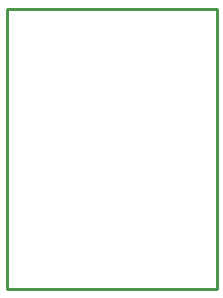
<source format=gto>
G04 Layer_Color=65535*
%FSLAX25Y25*%
%MOIN*%
G70*
G01*
G75*
%ADD12C,0.01000*%
D12*
X-0Y93504D02*
X70000D01*
X70000Y93504D01*
Y0D02*
Y93504D01*
X0Y0D02*
X70000D01*
X-0Y0D02*
X0Y0D01*
X-0Y0D02*
Y93504D01*
M02*

</source>
